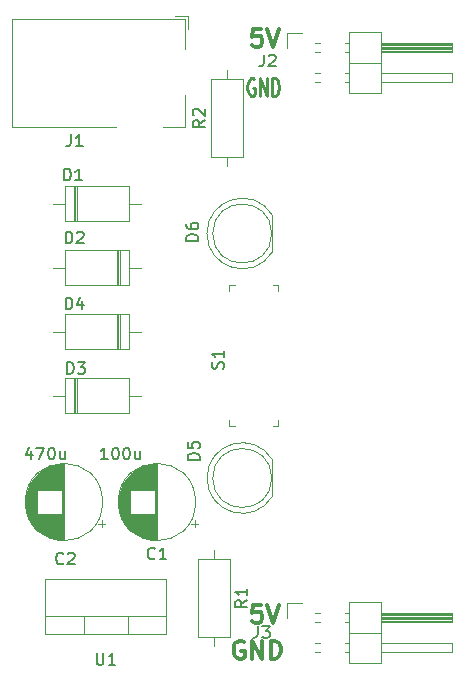
<source format=gto>
G04 #@! TF.GenerationSoftware,KiCad,Pcbnew,(5.1.4)-1*
G04 #@! TF.CreationDate,2019-11-08T15:33:28+07:00*
G04 #@! TF.ProjectId,PowerForBreadboard,506f7765-7246-46f7-9242-72656164626f,rev?*
G04 #@! TF.SameCoordinates,Original*
G04 #@! TF.FileFunction,Legend,Top*
G04 #@! TF.FilePolarity,Positive*
%FSLAX46Y46*%
G04 Gerber Fmt 4.6, Leading zero omitted, Abs format (unit mm)*
G04 Created by KiCad (PCBNEW (5.1.4)-1) date 2019-11-08 15:33:28*
%MOMM*%
%LPD*%
G04 APERTURE LIST*
%ADD10C,0.250000*%
%ADD11C,0.300000*%
%ADD12C,0.120000*%
%ADD13C,0.100000*%
%ADD14C,0.150000*%
G04 APERTURE END LIST*
D10*
X153924095Y-72529000D02*
X153828857Y-72457571D01*
X153686000Y-72457571D01*
X153543142Y-72529000D01*
X153447904Y-72671857D01*
X153400285Y-72814714D01*
X153352666Y-73100428D01*
X153352666Y-73314714D01*
X153400285Y-73600428D01*
X153447904Y-73743285D01*
X153543142Y-73886142D01*
X153686000Y-73957571D01*
X153781238Y-73957571D01*
X153924095Y-73886142D01*
X153971714Y-73814714D01*
X153971714Y-73314714D01*
X153781238Y-73314714D01*
X154400285Y-73957571D02*
X154400285Y-72457571D01*
X154971714Y-73957571D01*
X154971714Y-72457571D01*
X155447904Y-73957571D02*
X155447904Y-72457571D01*
X155686000Y-72457571D01*
X155828857Y-72529000D01*
X155924095Y-72671857D01*
X155971714Y-72814714D01*
X156019333Y-73100428D01*
X156019333Y-73314714D01*
X155971714Y-73600428D01*
X155924095Y-73743285D01*
X155828857Y-73886142D01*
X155686000Y-73957571D01*
X155447904Y-73957571D01*
D11*
X154527285Y-68266571D02*
X153813000Y-68266571D01*
X153741571Y-68980857D01*
X153813000Y-68909428D01*
X153955857Y-68838000D01*
X154313000Y-68838000D01*
X154455857Y-68909428D01*
X154527285Y-68980857D01*
X154598714Y-69123714D01*
X154598714Y-69480857D01*
X154527285Y-69623714D01*
X154455857Y-69695142D01*
X154313000Y-69766571D01*
X153955857Y-69766571D01*
X153813000Y-69695142D01*
X153741571Y-69623714D01*
X155027285Y-68266571D02*
X155527285Y-69766571D01*
X156027285Y-68266571D01*
X153035142Y-120154000D02*
X152892285Y-120082571D01*
X152678000Y-120082571D01*
X152463714Y-120154000D01*
X152320857Y-120296857D01*
X152249428Y-120439714D01*
X152178000Y-120725428D01*
X152178000Y-120939714D01*
X152249428Y-121225428D01*
X152320857Y-121368285D01*
X152463714Y-121511142D01*
X152678000Y-121582571D01*
X152820857Y-121582571D01*
X153035142Y-121511142D01*
X153106571Y-121439714D01*
X153106571Y-120939714D01*
X152820857Y-120939714D01*
X153749428Y-121582571D02*
X153749428Y-120082571D01*
X154606571Y-121582571D01*
X154606571Y-120082571D01*
X155320857Y-121582571D02*
X155320857Y-120082571D01*
X155678000Y-120082571D01*
X155892285Y-120154000D01*
X156035142Y-120296857D01*
X156106571Y-120439714D01*
X156178000Y-120725428D01*
X156178000Y-120939714D01*
X156106571Y-121225428D01*
X156035142Y-121368285D01*
X155892285Y-121511142D01*
X155678000Y-121582571D01*
X155320857Y-121582571D01*
X154527285Y-117034571D02*
X153813000Y-117034571D01*
X153741571Y-117748857D01*
X153813000Y-117677428D01*
X153955857Y-117606000D01*
X154313000Y-117606000D01*
X154455857Y-117677428D01*
X154527285Y-117748857D01*
X154598714Y-117891714D01*
X154598714Y-118248857D01*
X154527285Y-118391714D01*
X154455857Y-118463142D01*
X154313000Y-118534571D01*
X153955857Y-118534571D01*
X153813000Y-118463142D01*
X153741571Y-118391714D01*
X155027285Y-117034571D02*
X155527285Y-118534571D01*
X156027285Y-117034571D01*
D12*
X148959000Y-108331000D02*
G75*
G03X148959000Y-108331000I-3270000J0D01*
G01*
X145689000Y-111561000D02*
X145689000Y-105101000D01*
X145649000Y-111561000D02*
X145649000Y-105101000D01*
X145609000Y-111561000D02*
X145609000Y-105101000D01*
X145569000Y-111559000D02*
X145569000Y-105103000D01*
X145529000Y-111558000D02*
X145529000Y-105104000D01*
X145489000Y-111555000D02*
X145489000Y-105107000D01*
X145449000Y-111553000D02*
X145449000Y-109371000D01*
X145449000Y-107291000D02*
X145449000Y-105109000D01*
X145409000Y-111549000D02*
X145409000Y-109371000D01*
X145409000Y-107291000D02*
X145409000Y-105113000D01*
X145369000Y-111546000D02*
X145369000Y-109371000D01*
X145369000Y-107291000D02*
X145369000Y-105116000D01*
X145329000Y-111542000D02*
X145329000Y-109371000D01*
X145329000Y-107291000D02*
X145329000Y-105120000D01*
X145289000Y-111537000D02*
X145289000Y-109371000D01*
X145289000Y-107291000D02*
X145289000Y-105125000D01*
X145249000Y-111532000D02*
X145249000Y-109371000D01*
X145249000Y-107291000D02*
X145249000Y-105130000D01*
X145209000Y-111526000D02*
X145209000Y-109371000D01*
X145209000Y-107291000D02*
X145209000Y-105136000D01*
X145169000Y-111520000D02*
X145169000Y-109371000D01*
X145169000Y-107291000D02*
X145169000Y-105142000D01*
X145129000Y-111513000D02*
X145129000Y-109371000D01*
X145129000Y-107291000D02*
X145129000Y-105149000D01*
X145089000Y-111506000D02*
X145089000Y-109371000D01*
X145089000Y-107291000D02*
X145089000Y-105156000D01*
X145049000Y-111498000D02*
X145049000Y-109371000D01*
X145049000Y-107291000D02*
X145049000Y-105164000D01*
X145009000Y-111490000D02*
X145009000Y-109371000D01*
X145009000Y-107291000D02*
X145009000Y-105172000D01*
X144968000Y-111481000D02*
X144968000Y-109371000D01*
X144968000Y-107291000D02*
X144968000Y-105181000D01*
X144928000Y-111472000D02*
X144928000Y-109371000D01*
X144928000Y-107291000D02*
X144928000Y-105190000D01*
X144888000Y-111462000D02*
X144888000Y-109371000D01*
X144888000Y-107291000D02*
X144888000Y-105200000D01*
X144848000Y-111452000D02*
X144848000Y-109371000D01*
X144848000Y-107291000D02*
X144848000Y-105210000D01*
X144808000Y-111441000D02*
X144808000Y-109371000D01*
X144808000Y-107291000D02*
X144808000Y-105221000D01*
X144768000Y-111429000D02*
X144768000Y-109371000D01*
X144768000Y-107291000D02*
X144768000Y-105233000D01*
X144728000Y-111417000D02*
X144728000Y-109371000D01*
X144728000Y-107291000D02*
X144728000Y-105245000D01*
X144688000Y-111405000D02*
X144688000Y-109371000D01*
X144688000Y-107291000D02*
X144688000Y-105257000D01*
X144648000Y-111392000D02*
X144648000Y-109371000D01*
X144648000Y-107291000D02*
X144648000Y-105270000D01*
X144608000Y-111378000D02*
X144608000Y-109371000D01*
X144608000Y-107291000D02*
X144608000Y-105284000D01*
X144568000Y-111364000D02*
X144568000Y-109371000D01*
X144568000Y-107291000D02*
X144568000Y-105298000D01*
X144528000Y-111349000D02*
X144528000Y-109371000D01*
X144528000Y-107291000D02*
X144528000Y-105313000D01*
X144488000Y-111333000D02*
X144488000Y-109371000D01*
X144488000Y-107291000D02*
X144488000Y-105329000D01*
X144448000Y-111317000D02*
X144448000Y-109371000D01*
X144448000Y-107291000D02*
X144448000Y-105345000D01*
X144408000Y-111301000D02*
X144408000Y-109371000D01*
X144408000Y-107291000D02*
X144408000Y-105361000D01*
X144368000Y-111283000D02*
X144368000Y-109371000D01*
X144368000Y-107291000D02*
X144368000Y-105379000D01*
X144328000Y-111265000D02*
X144328000Y-109371000D01*
X144328000Y-107291000D02*
X144328000Y-105397000D01*
X144288000Y-111247000D02*
X144288000Y-109371000D01*
X144288000Y-107291000D02*
X144288000Y-105415000D01*
X144248000Y-111227000D02*
X144248000Y-109371000D01*
X144248000Y-107291000D02*
X144248000Y-105435000D01*
X144208000Y-111207000D02*
X144208000Y-109371000D01*
X144208000Y-107291000D02*
X144208000Y-105455000D01*
X144168000Y-111187000D02*
X144168000Y-109371000D01*
X144168000Y-107291000D02*
X144168000Y-105475000D01*
X144128000Y-111165000D02*
X144128000Y-109371000D01*
X144128000Y-107291000D02*
X144128000Y-105497000D01*
X144088000Y-111143000D02*
X144088000Y-109371000D01*
X144088000Y-107291000D02*
X144088000Y-105519000D01*
X144048000Y-111121000D02*
X144048000Y-109371000D01*
X144048000Y-107291000D02*
X144048000Y-105541000D01*
X144008000Y-111097000D02*
X144008000Y-109371000D01*
X144008000Y-107291000D02*
X144008000Y-105565000D01*
X143968000Y-111073000D02*
X143968000Y-109371000D01*
X143968000Y-107291000D02*
X143968000Y-105589000D01*
X143928000Y-111047000D02*
X143928000Y-109371000D01*
X143928000Y-107291000D02*
X143928000Y-105615000D01*
X143888000Y-111021000D02*
X143888000Y-109371000D01*
X143888000Y-107291000D02*
X143888000Y-105641000D01*
X143848000Y-110995000D02*
X143848000Y-109371000D01*
X143848000Y-107291000D02*
X143848000Y-105667000D01*
X143808000Y-110967000D02*
X143808000Y-109371000D01*
X143808000Y-107291000D02*
X143808000Y-105695000D01*
X143768000Y-110938000D02*
X143768000Y-109371000D01*
X143768000Y-107291000D02*
X143768000Y-105724000D01*
X143728000Y-110909000D02*
X143728000Y-109371000D01*
X143728000Y-107291000D02*
X143728000Y-105753000D01*
X143688000Y-110879000D02*
X143688000Y-109371000D01*
X143688000Y-107291000D02*
X143688000Y-105783000D01*
X143648000Y-110847000D02*
X143648000Y-109371000D01*
X143648000Y-107291000D02*
X143648000Y-105815000D01*
X143608000Y-110815000D02*
X143608000Y-109371000D01*
X143608000Y-107291000D02*
X143608000Y-105847000D01*
X143568000Y-110781000D02*
X143568000Y-109371000D01*
X143568000Y-107291000D02*
X143568000Y-105881000D01*
X143528000Y-110747000D02*
X143528000Y-109371000D01*
X143528000Y-107291000D02*
X143528000Y-105915000D01*
X143488000Y-110711000D02*
X143488000Y-109371000D01*
X143488000Y-107291000D02*
X143488000Y-105951000D01*
X143448000Y-110674000D02*
X143448000Y-109371000D01*
X143448000Y-107291000D02*
X143448000Y-105988000D01*
X143408000Y-110636000D02*
X143408000Y-109371000D01*
X143408000Y-107291000D02*
X143408000Y-106026000D01*
X143368000Y-110596000D02*
X143368000Y-106066000D01*
X143328000Y-110555000D02*
X143328000Y-106107000D01*
X143288000Y-110513000D02*
X143288000Y-106149000D01*
X143248000Y-110468000D02*
X143248000Y-106194000D01*
X143208000Y-110423000D02*
X143208000Y-106239000D01*
X143168000Y-110375000D02*
X143168000Y-106287000D01*
X143128000Y-110326000D02*
X143128000Y-106336000D01*
X143088000Y-110275000D02*
X143088000Y-106387000D01*
X143048000Y-110221000D02*
X143048000Y-106441000D01*
X143008000Y-110165000D02*
X143008000Y-106497000D01*
X142968000Y-110107000D02*
X142968000Y-106555000D01*
X142928000Y-110045000D02*
X142928000Y-106617000D01*
X142888000Y-109981000D02*
X142888000Y-106681000D01*
X142848000Y-109912000D02*
X142848000Y-106750000D01*
X142808000Y-109840000D02*
X142808000Y-106822000D01*
X142768000Y-109763000D02*
X142768000Y-106899000D01*
X142728000Y-109681000D02*
X142728000Y-106981000D01*
X142688000Y-109593000D02*
X142688000Y-107069000D01*
X142648000Y-109496000D02*
X142648000Y-107166000D01*
X142608000Y-109390000D02*
X142608000Y-107272000D01*
X142568000Y-109271000D02*
X142568000Y-107391000D01*
X142528000Y-109133000D02*
X142528000Y-107529000D01*
X142488000Y-108964000D02*
X142488000Y-107698000D01*
X142448000Y-108733000D02*
X142448000Y-107929000D01*
X149189241Y-110170000D02*
X148559241Y-110170000D01*
X148874241Y-110485000D02*
X148874241Y-109855000D01*
X141000241Y-110485000D02*
X141000241Y-109855000D01*
X141315241Y-110170000D02*
X140685241Y-110170000D01*
X134574000Y-108733000D02*
X134574000Y-107929000D01*
X134614000Y-108964000D02*
X134614000Y-107698000D01*
X134654000Y-109133000D02*
X134654000Y-107529000D01*
X134694000Y-109271000D02*
X134694000Y-107391000D01*
X134734000Y-109390000D02*
X134734000Y-107272000D01*
X134774000Y-109496000D02*
X134774000Y-107166000D01*
X134814000Y-109593000D02*
X134814000Y-107069000D01*
X134854000Y-109681000D02*
X134854000Y-106981000D01*
X134894000Y-109763000D02*
X134894000Y-106899000D01*
X134934000Y-109840000D02*
X134934000Y-106822000D01*
X134974000Y-109912000D02*
X134974000Y-106750000D01*
X135014000Y-109981000D02*
X135014000Y-106681000D01*
X135054000Y-110045000D02*
X135054000Y-106617000D01*
X135094000Y-110107000D02*
X135094000Y-106555000D01*
X135134000Y-110165000D02*
X135134000Y-106497000D01*
X135174000Y-110221000D02*
X135174000Y-106441000D01*
X135214000Y-110275000D02*
X135214000Y-106387000D01*
X135254000Y-110326000D02*
X135254000Y-106336000D01*
X135294000Y-110375000D02*
X135294000Y-106287000D01*
X135334000Y-110423000D02*
X135334000Y-106239000D01*
X135374000Y-110468000D02*
X135374000Y-106194000D01*
X135414000Y-110513000D02*
X135414000Y-106149000D01*
X135454000Y-110555000D02*
X135454000Y-106107000D01*
X135494000Y-110596000D02*
X135494000Y-106066000D01*
X135534000Y-107291000D02*
X135534000Y-106026000D01*
X135534000Y-110636000D02*
X135534000Y-109371000D01*
X135574000Y-107291000D02*
X135574000Y-105988000D01*
X135574000Y-110674000D02*
X135574000Y-109371000D01*
X135614000Y-107291000D02*
X135614000Y-105951000D01*
X135614000Y-110711000D02*
X135614000Y-109371000D01*
X135654000Y-107291000D02*
X135654000Y-105915000D01*
X135654000Y-110747000D02*
X135654000Y-109371000D01*
X135694000Y-107291000D02*
X135694000Y-105881000D01*
X135694000Y-110781000D02*
X135694000Y-109371000D01*
X135734000Y-107291000D02*
X135734000Y-105847000D01*
X135734000Y-110815000D02*
X135734000Y-109371000D01*
X135774000Y-107291000D02*
X135774000Y-105815000D01*
X135774000Y-110847000D02*
X135774000Y-109371000D01*
X135814000Y-107291000D02*
X135814000Y-105783000D01*
X135814000Y-110879000D02*
X135814000Y-109371000D01*
X135854000Y-107291000D02*
X135854000Y-105753000D01*
X135854000Y-110909000D02*
X135854000Y-109371000D01*
X135894000Y-107291000D02*
X135894000Y-105724000D01*
X135894000Y-110938000D02*
X135894000Y-109371000D01*
X135934000Y-107291000D02*
X135934000Y-105695000D01*
X135934000Y-110967000D02*
X135934000Y-109371000D01*
X135974000Y-107291000D02*
X135974000Y-105667000D01*
X135974000Y-110995000D02*
X135974000Y-109371000D01*
X136014000Y-107291000D02*
X136014000Y-105641000D01*
X136014000Y-111021000D02*
X136014000Y-109371000D01*
X136054000Y-107291000D02*
X136054000Y-105615000D01*
X136054000Y-111047000D02*
X136054000Y-109371000D01*
X136094000Y-107291000D02*
X136094000Y-105589000D01*
X136094000Y-111073000D02*
X136094000Y-109371000D01*
X136134000Y-107291000D02*
X136134000Y-105565000D01*
X136134000Y-111097000D02*
X136134000Y-109371000D01*
X136174000Y-107291000D02*
X136174000Y-105541000D01*
X136174000Y-111121000D02*
X136174000Y-109371000D01*
X136214000Y-107291000D02*
X136214000Y-105519000D01*
X136214000Y-111143000D02*
X136214000Y-109371000D01*
X136254000Y-107291000D02*
X136254000Y-105497000D01*
X136254000Y-111165000D02*
X136254000Y-109371000D01*
X136294000Y-107291000D02*
X136294000Y-105475000D01*
X136294000Y-111187000D02*
X136294000Y-109371000D01*
X136334000Y-107291000D02*
X136334000Y-105455000D01*
X136334000Y-111207000D02*
X136334000Y-109371000D01*
X136374000Y-107291000D02*
X136374000Y-105435000D01*
X136374000Y-111227000D02*
X136374000Y-109371000D01*
X136414000Y-107291000D02*
X136414000Y-105415000D01*
X136414000Y-111247000D02*
X136414000Y-109371000D01*
X136454000Y-107291000D02*
X136454000Y-105397000D01*
X136454000Y-111265000D02*
X136454000Y-109371000D01*
X136494000Y-107291000D02*
X136494000Y-105379000D01*
X136494000Y-111283000D02*
X136494000Y-109371000D01*
X136534000Y-107291000D02*
X136534000Y-105361000D01*
X136534000Y-111301000D02*
X136534000Y-109371000D01*
X136574000Y-107291000D02*
X136574000Y-105345000D01*
X136574000Y-111317000D02*
X136574000Y-109371000D01*
X136614000Y-107291000D02*
X136614000Y-105329000D01*
X136614000Y-111333000D02*
X136614000Y-109371000D01*
X136654000Y-107291000D02*
X136654000Y-105313000D01*
X136654000Y-111349000D02*
X136654000Y-109371000D01*
X136694000Y-107291000D02*
X136694000Y-105298000D01*
X136694000Y-111364000D02*
X136694000Y-109371000D01*
X136734000Y-107291000D02*
X136734000Y-105284000D01*
X136734000Y-111378000D02*
X136734000Y-109371000D01*
X136774000Y-107291000D02*
X136774000Y-105270000D01*
X136774000Y-111392000D02*
X136774000Y-109371000D01*
X136814000Y-107291000D02*
X136814000Y-105257000D01*
X136814000Y-111405000D02*
X136814000Y-109371000D01*
X136854000Y-107291000D02*
X136854000Y-105245000D01*
X136854000Y-111417000D02*
X136854000Y-109371000D01*
X136894000Y-107291000D02*
X136894000Y-105233000D01*
X136894000Y-111429000D02*
X136894000Y-109371000D01*
X136934000Y-107291000D02*
X136934000Y-105221000D01*
X136934000Y-111441000D02*
X136934000Y-109371000D01*
X136974000Y-107291000D02*
X136974000Y-105210000D01*
X136974000Y-111452000D02*
X136974000Y-109371000D01*
X137014000Y-107291000D02*
X137014000Y-105200000D01*
X137014000Y-111462000D02*
X137014000Y-109371000D01*
X137054000Y-107291000D02*
X137054000Y-105190000D01*
X137054000Y-111472000D02*
X137054000Y-109371000D01*
X137094000Y-107291000D02*
X137094000Y-105181000D01*
X137094000Y-111481000D02*
X137094000Y-109371000D01*
X137135000Y-107291000D02*
X137135000Y-105172000D01*
X137135000Y-111490000D02*
X137135000Y-109371000D01*
X137175000Y-107291000D02*
X137175000Y-105164000D01*
X137175000Y-111498000D02*
X137175000Y-109371000D01*
X137215000Y-107291000D02*
X137215000Y-105156000D01*
X137215000Y-111506000D02*
X137215000Y-109371000D01*
X137255000Y-107291000D02*
X137255000Y-105149000D01*
X137255000Y-111513000D02*
X137255000Y-109371000D01*
X137295000Y-107291000D02*
X137295000Y-105142000D01*
X137295000Y-111520000D02*
X137295000Y-109371000D01*
X137335000Y-107291000D02*
X137335000Y-105136000D01*
X137335000Y-111526000D02*
X137335000Y-109371000D01*
X137375000Y-107291000D02*
X137375000Y-105130000D01*
X137375000Y-111532000D02*
X137375000Y-109371000D01*
X137415000Y-107291000D02*
X137415000Y-105125000D01*
X137415000Y-111537000D02*
X137415000Y-109371000D01*
X137455000Y-107291000D02*
X137455000Y-105120000D01*
X137455000Y-111542000D02*
X137455000Y-109371000D01*
X137495000Y-107291000D02*
X137495000Y-105116000D01*
X137495000Y-111546000D02*
X137495000Y-109371000D01*
X137535000Y-107291000D02*
X137535000Y-105113000D01*
X137535000Y-111549000D02*
X137535000Y-109371000D01*
X137575000Y-107291000D02*
X137575000Y-105109000D01*
X137575000Y-111553000D02*
X137575000Y-109371000D01*
X137615000Y-111555000D02*
X137615000Y-105107000D01*
X137655000Y-111558000D02*
X137655000Y-105104000D01*
X137695000Y-111559000D02*
X137695000Y-105103000D01*
X137735000Y-111561000D02*
X137735000Y-105101000D01*
X137775000Y-111561000D02*
X137775000Y-105101000D01*
X137815000Y-111561000D02*
X137815000Y-105101000D01*
X141085000Y-108331000D02*
G75*
G03X141085000Y-108331000I-3270000J0D01*
G01*
X137869000Y-81588000D02*
X137869000Y-84528000D01*
X137869000Y-84528000D02*
X143309000Y-84528000D01*
X143309000Y-84528000D02*
X143309000Y-81588000D01*
X143309000Y-81588000D02*
X137869000Y-81588000D01*
X136849000Y-83058000D02*
X137869000Y-83058000D01*
X144329000Y-83058000D02*
X143309000Y-83058000D01*
X138769000Y-81588000D02*
X138769000Y-84528000D01*
X138889000Y-81588000D02*
X138889000Y-84528000D01*
X138649000Y-81588000D02*
X138649000Y-84528000D01*
X142529000Y-89946666D02*
X142529000Y-87006666D01*
X142289000Y-89946666D02*
X142289000Y-87006666D01*
X142409000Y-89946666D02*
X142409000Y-87006666D01*
X136849000Y-88476666D02*
X137869000Y-88476666D01*
X144329000Y-88476666D02*
X143309000Y-88476666D01*
X137869000Y-89946666D02*
X143309000Y-89946666D01*
X137869000Y-87006666D02*
X137869000Y-89946666D01*
X143309000Y-87006666D02*
X137869000Y-87006666D01*
X143309000Y-89946666D02*
X143309000Y-87006666D01*
X138649000Y-97844000D02*
X138649000Y-100784000D01*
X138889000Y-97844000D02*
X138889000Y-100784000D01*
X138769000Y-97844000D02*
X138769000Y-100784000D01*
X144329000Y-99314000D02*
X143309000Y-99314000D01*
X136849000Y-99314000D02*
X137869000Y-99314000D01*
X143309000Y-97844000D02*
X137869000Y-97844000D01*
X143309000Y-100784000D02*
X143309000Y-97844000D01*
X137869000Y-100784000D02*
X143309000Y-100784000D01*
X137869000Y-97844000D02*
X137869000Y-100784000D01*
X143309000Y-95365332D02*
X143309000Y-92425332D01*
X143309000Y-92425332D02*
X137869000Y-92425332D01*
X137869000Y-92425332D02*
X137869000Y-95365332D01*
X137869000Y-95365332D02*
X143309000Y-95365332D01*
X144329000Y-93895332D02*
X143309000Y-93895332D01*
X136849000Y-93895332D02*
X137869000Y-93895332D01*
X142409000Y-95365332D02*
X142409000Y-92425332D01*
X142289000Y-95365332D02*
X142289000Y-92425332D01*
X142529000Y-95365332D02*
X142529000Y-92425332D01*
X148293000Y-68259000D02*
X148293000Y-67209000D01*
X147243000Y-67209000D02*
X148293000Y-67209000D01*
X142193000Y-76609000D02*
X133393000Y-76609000D01*
X133393000Y-76609000D02*
X133393000Y-67409000D01*
X148093000Y-73909000D02*
X148093000Y-76609000D01*
X148093000Y-76609000D02*
X146193000Y-76609000D01*
X133393000Y-67409000D02*
X148093000Y-67409000D01*
X148093000Y-67409000D02*
X148093000Y-70009000D01*
X156718000Y-68580000D02*
X157988000Y-68580000D01*
X156718000Y-69850000D02*
X156718000Y-68580000D01*
X159030929Y-72770000D02*
X159485071Y-72770000D01*
X159030929Y-72010000D02*
X159485071Y-72010000D01*
X161570929Y-72770000D02*
X161968000Y-72770000D01*
X161570929Y-72010000D02*
X161968000Y-72010000D01*
X170628000Y-72770000D02*
X164628000Y-72770000D01*
X170628000Y-72010000D02*
X170628000Y-72770000D01*
X164628000Y-72010000D02*
X170628000Y-72010000D01*
X161968000Y-71120000D02*
X164628000Y-71120000D01*
X159098000Y-70230000D02*
X159485071Y-70230000D01*
X159098000Y-69470000D02*
X159485071Y-69470000D01*
X161570929Y-70230000D02*
X161968000Y-70230000D01*
X161570929Y-69470000D02*
X161968000Y-69470000D01*
X164628000Y-70130000D02*
X170628000Y-70130000D01*
X164628000Y-70010000D02*
X170628000Y-70010000D01*
X164628000Y-69890000D02*
X170628000Y-69890000D01*
X164628000Y-69770000D02*
X170628000Y-69770000D01*
X164628000Y-69650000D02*
X170628000Y-69650000D01*
X164628000Y-69530000D02*
X170628000Y-69530000D01*
X170628000Y-70230000D02*
X164628000Y-70230000D01*
X170628000Y-69470000D02*
X170628000Y-70230000D01*
X164628000Y-69470000D02*
X170628000Y-69470000D01*
X164628000Y-68520000D02*
X161968000Y-68520000D01*
X164628000Y-73720000D02*
X164628000Y-68520000D01*
X161968000Y-73720000D02*
X164628000Y-73720000D01*
X161968000Y-68520000D02*
X161968000Y-73720000D01*
X161968000Y-116780000D02*
X161968000Y-121980000D01*
X161968000Y-121980000D02*
X164628000Y-121980000D01*
X164628000Y-121980000D02*
X164628000Y-116780000D01*
X164628000Y-116780000D02*
X161968000Y-116780000D01*
X164628000Y-117730000D02*
X170628000Y-117730000D01*
X170628000Y-117730000D02*
X170628000Y-118490000D01*
X170628000Y-118490000D02*
X164628000Y-118490000D01*
X164628000Y-117790000D02*
X170628000Y-117790000D01*
X164628000Y-117910000D02*
X170628000Y-117910000D01*
X164628000Y-118030000D02*
X170628000Y-118030000D01*
X164628000Y-118150000D02*
X170628000Y-118150000D01*
X164628000Y-118270000D02*
X170628000Y-118270000D01*
X164628000Y-118390000D02*
X170628000Y-118390000D01*
X161570929Y-117730000D02*
X161968000Y-117730000D01*
X161570929Y-118490000D02*
X161968000Y-118490000D01*
X159098000Y-117730000D02*
X159485071Y-117730000D01*
X159098000Y-118490000D02*
X159485071Y-118490000D01*
X161968000Y-119380000D02*
X164628000Y-119380000D01*
X164628000Y-120270000D02*
X170628000Y-120270000D01*
X170628000Y-120270000D02*
X170628000Y-121030000D01*
X170628000Y-121030000D02*
X164628000Y-121030000D01*
X161570929Y-120270000D02*
X161968000Y-120270000D01*
X161570929Y-121030000D02*
X161968000Y-121030000D01*
X159030929Y-120270000D02*
X159485071Y-120270000D01*
X159030929Y-121030000D02*
X159485071Y-121030000D01*
X156718000Y-118110000D02*
X156718000Y-116840000D01*
X156718000Y-116840000D02*
X157988000Y-116840000D01*
X146471000Y-119475000D02*
X136231000Y-119475000D01*
X146471000Y-114834000D02*
X136231000Y-114834000D01*
X146471000Y-119475000D02*
X146471000Y-114834000D01*
X136231000Y-119475000D02*
X136231000Y-114834000D01*
X146471000Y-117965000D02*
X136231000Y-117965000D01*
X143201000Y-119475000D02*
X143201000Y-117965000D01*
X139500000Y-119475000D02*
X139500000Y-117965000D01*
D13*
X151778000Y-101868500D02*
X151778000Y-101368500D01*
X151778000Y-101868500D02*
X152278000Y-101868500D01*
X151778000Y-89968500D02*
X151778000Y-90468500D01*
X151778000Y-89968500D02*
X152278000Y-89968500D01*
X155978000Y-89968500D02*
X155978000Y-90468500D01*
X155978000Y-89968500D02*
X155478000Y-89968500D01*
X155978000Y-101868500D02*
X155478000Y-101868500D01*
X155978000Y-101868500D02*
X155978000Y-101368500D01*
D12*
X155468000Y-107844000D02*
X155468000Y-104754000D01*
X155408000Y-106299000D02*
G75*
G03X155408000Y-106299000I-2500000J0D01*
G01*
X149918000Y-106299462D02*
G75*
G02X155468000Y-104754170I2990000J462D01*
G01*
X149918000Y-106298538D02*
G75*
G03X155468000Y-107843830I2990000J-462D01*
G01*
X149918000Y-85597538D02*
G75*
G03X155468000Y-87142830I2990000J-462D01*
G01*
X149918000Y-85598462D02*
G75*
G02X155468000Y-84053170I2990000J462D01*
G01*
X155408000Y-85598000D02*
G75*
G03X155408000Y-85598000I-2500000J0D01*
G01*
X155468000Y-87143000D02*
X155468000Y-84053000D01*
X150495000Y-120499000D02*
X150495000Y-119729000D01*
X150495000Y-112419000D02*
X150495000Y-113189000D01*
X151865000Y-119729000D02*
X151865000Y-113189000D01*
X149125000Y-119729000D02*
X151865000Y-119729000D01*
X149125000Y-113189000D02*
X149125000Y-119729000D01*
X151865000Y-113189000D02*
X149125000Y-113189000D01*
X150268000Y-79089000D02*
X153008000Y-79089000D01*
X153008000Y-79089000D02*
X153008000Y-72549000D01*
X153008000Y-72549000D02*
X150268000Y-72549000D01*
X150268000Y-72549000D02*
X150268000Y-79089000D01*
X151638000Y-79859000D02*
X151638000Y-79089000D01*
X151638000Y-71779000D02*
X151638000Y-72549000D01*
D14*
X145522333Y-113088142D02*
X145474714Y-113135761D01*
X145331857Y-113183380D01*
X145236619Y-113183380D01*
X145093761Y-113135761D01*
X144998523Y-113040523D01*
X144950904Y-112945285D01*
X144903285Y-112754809D01*
X144903285Y-112611952D01*
X144950904Y-112421476D01*
X144998523Y-112326238D01*
X145093761Y-112231000D01*
X145236619Y-112183380D01*
X145331857Y-112183380D01*
X145474714Y-112231000D01*
X145522333Y-112278619D01*
X146474714Y-113183380D02*
X145903285Y-113183380D01*
X146189000Y-113183380D02*
X146189000Y-112183380D01*
X146093761Y-112326238D01*
X145998523Y-112421476D01*
X145903285Y-112469095D01*
X141501952Y-104719380D02*
X140930523Y-104719380D01*
X141216238Y-104719380D02*
X141216238Y-103719380D01*
X141121000Y-103862238D01*
X141025761Y-103957476D01*
X140930523Y-104005095D01*
X142121000Y-103719380D02*
X142216238Y-103719380D01*
X142311476Y-103767000D01*
X142359095Y-103814619D01*
X142406714Y-103909857D01*
X142454333Y-104100333D01*
X142454333Y-104338428D01*
X142406714Y-104528904D01*
X142359095Y-104624142D01*
X142311476Y-104671761D01*
X142216238Y-104719380D01*
X142121000Y-104719380D01*
X142025761Y-104671761D01*
X141978142Y-104624142D01*
X141930523Y-104528904D01*
X141882904Y-104338428D01*
X141882904Y-104100333D01*
X141930523Y-103909857D01*
X141978142Y-103814619D01*
X142025761Y-103767000D01*
X142121000Y-103719380D01*
X143073380Y-103719380D02*
X143168619Y-103719380D01*
X143263857Y-103767000D01*
X143311476Y-103814619D01*
X143359095Y-103909857D01*
X143406714Y-104100333D01*
X143406714Y-104338428D01*
X143359095Y-104528904D01*
X143311476Y-104624142D01*
X143263857Y-104671761D01*
X143168619Y-104719380D01*
X143073380Y-104719380D01*
X142978142Y-104671761D01*
X142930523Y-104624142D01*
X142882904Y-104528904D01*
X142835285Y-104338428D01*
X142835285Y-104100333D01*
X142882904Y-103909857D01*
X142930523Y-103814619D01*
X142978142Y-103767000D01*
X143073380Y-103719380D01*
X144263857Y-104052714D02*
X144263857Y-104719380D01*
X143835285Y-104052714D02*
X143835285Y-104576523D01*
X143882904Y-104671761D01*
X143978142Y-104719380D01*
X144121000Y-104719380D01*
X144216238Y-104671761D01*
X144263857Y-104624142D01*
X137755333Y-113514142D02*
X137707714Y-113561761D01*
X137564857Y-113609380D01*
X137469619Y-113609380D01*
X137326761Y-113561761D01*
X137231523Y-113466523D01*
X137183904Y-113371285D01*
X137136285Y-113180809D01*
X137136285Y-113037952D01*
X137183904Y-112847476D01*
X137231523Y-112752238D01*
X137326761Y-112657000D01*
X137469619Y-112609380D01*
X137564857Y-112609380D01*
X137707714Y-112657000D01*
X137755333Y-112704619D01*
X138136285Y-112704619D02*
X138183904Y-112657000D01*
X138279142Y-112609380D01*
X138517238Y-112609380D01*
X138612476Y-112657000D01*
X138660095Y-112704619D01*
X138707714Y-112799857D01*
X138707714Y-112895095D01*
X138660095Y-113037952D01*
X138088666Y-113609380D01*
X138707714Y-113609380D01*
X135056714Y-104052714D02*
X135056714Y-104719380D01*
X134818619Y-103671761D02*
X134580523Y-104386047D01*
X135199571Y-104386047D01*
X135485285Y-103719380D02*
X136151952Y-103719380D01*
X135723380Y-104719380D01*
X136723380Y-103719380D02*
X136818619Y-103719380D01*
X136913857Y-103767000D01*
X136961476Y-103814619D01*
X137009095Y-103909857D01*
X137056714Y-104100333D01*
X137056714Y-104338428D01*
X137009095Y-104528904D01*
X136961476Y-104624142D01*
X136913857Y-104671761D01*
X136818619Y-104719380D01*
X136723380Y-104719380D01*
X136628142Y-104671761D01*
X136580523Y-104624142D01*
X136532904Y-104528904D01*
X136485285Y-104338428D01*
X136485285Y-104100333D01*
X136532904Y-103909857D01*
X136580523Y-103814619D01*
X136628142Y-103767000D01*
X136723380Y-103719380D01*
X137913857Y-104052714D02*
X137913857Y-104719380D01*
X137485285Y-104052714D02*
X137485285Y-104576523D01*
X137532904Y-104671761D01*
X137628142Y-104719380D01*
X137771000Y-104719380D01*
X137866238Y-104671761D01*
X137913857Y-104624142D01*
X137818904Y-81097380D02*
X137818904Y-80097380D01*
X138057000Y-80097380D01*
X138199857Y-80145000D01*
X138295095Y-80240238D01*
X138342714Y-80335476D01*
X138390333Y-80525952D01*
X138390333Y-80668809D01*
X138342714Y-80859285D01*
X138295095Y-80954523D01*
X138199857Y-81049761D01*
X138057000Y-81097380D01*
X137818904Y-81097380D01*
X139342714Y-81097380D02*
X138771285Y-81097380D01*
X139057000Y-81097380D02*
X139057000Y-80097380D01*
X138961761Y-80240238D01*
X138866523Y-80335476D01*
X138771285Y-80383095D01*
X137945904Y-86431380D02*
X137945904Y-85431380D01*
X138184000Y-85431380D01*
X138326857Y-85479000D01*
X138422095Y-85574238D01*
X138469714Y-85669476D01*
X138517333Y-85859952D01*
X138517333Y-86002809D01*
X138469714Y-86193285D01*
X138422095Y-86288523D01*
X138326857Y-86383761D01*
X138184000Y-86431380D01*
X137945904Y-86431380D01*
X138898285Y-85526619D02*
X138945904Y-85479000D01*
X139041142Y-85431380D01*
X139279238Y-85431380D01*
X139374476Y-85479000D01*
X139422095Y-85526619D01*
X139469714Y-85621857D01*
X139469714Y-85717095D01*
X139422095Y-85859952D01*
X138850666Y-86431380D01*
X139469714Y-86431380D01*
X138072904Y-97480380D02*
X138072904Y-96480380D01*
X138311000Y-96480380D01*
X138453857Y-96528000D01*
X138549095Y-96623238D01*
X138596714Y-96718476D01*
X138644333Y-96908952D01*
X138644333Y-97051809D01*
X138596714Y-97242285D01*
X138549095Y-97337523D01*
X138453857Y-97432761D01*
X138311000Y-97480380D01*
X138072904Y-97480380D01*
X138977666Y-96480380D02*
X139596714Y-96480380D01*
X139263380Y-96861333D01*
X139406238Y-96861333D01*
X139501476Y-96908952D01*
X139549095Y-96956571D01*
X139596714Y-97051809D01*
X139596714Y-97289904D01*
X139549095Y-97385142D01*
X139501476Y-97432761D01*
X139406238Y-97480380D01*
X139120523Y-97480380D01*
X139025285Y-97432761D01*
X138977666Y-97385142D01*
X137945904Y-92019380D02*
X137945904Y-91019380D01*
X138184000Y-91019380D01*
X138326857Y-91067000D01*
X138422095Y-91162238D01*
X138469714Y-91257476D01*
X138517333Y-91447952D01*
X138517333Y-91590809D01*
X138469714Y-91781285D01*
X138422095Y-91876523D01*
X138326857Y-91971761D01*
X138184000Y-92019380D01*
X137945904Y-92019380D01*
X139374476Y-91352714D02*
X139374476Y-92019380D01*
X139136380Y-90971761D02*
X138898285Y-91686047D01*
X139517333Y-91686047D01*
X138409666Y-77211380D02*
X138409666Y-77925666D01*
X138362047Y-78068523D01*
X138266809Y-78163761D01*
X138123952Y-78211380D01*
X138028714Y-78211380D01*
X139409666Y-78211380D02*
X138838238Y-78211380D01*
X139123952Y-78211380D02*
X139123952Y-77211380D01*
X139028714Y-77354238D01*
X138933476Y-77449476D01*
X138838238Y-77497095D01*
X154733666Y-70445380D02*
X154733666Y-71159666D01*
X154686047Y-71302523D01*
X154590809Y-71397761D01*
X154447952Y-71445380D01*
X154352714Y-71445380D01*
X155162238Y-70540619D02*
X155209857Y-70493000D01*
X155305095Y-70445380D01*
X155543190Y-70445380D01*
X155638428Y-70493000D01*
X155686047Y-70540619D01*
X155733666Y-70635857D01*
X155733666Y-70731095D01*
X155686047Y-70873952D01*
X155114619Y-71445380D01*
X155733666Y-71445380D01*
X154225666Y-118832380D02*
X154225666Y-119546666D01*
X154178047Y-119689523D01*
X154082809Y-119784761D01*
X153939952Y-119832380D01*
X153844714Y-119832380D01*
X154606619Y-118832380D02*
X155225666Y-118832380D01*
X154892333Y-119213333D01*
X155035190Y-119213333D01*
X155130428Y-119260952D01*
X155178047Y-119308571D01*
X155225666Y-119403809D01*
X155225666Y-119641904D01*
X155178047Y-119737142D01*
X155130428Y-119784761D01*
X155035190Y-119832380D01*
X154749476Y-119832380D01*
X154654238Y-119784761D01*
X154606619Y-119737142D01*
X140589095Y-121118380D02*
X140589095Y-121927904D01*
X140636714Y-122023142D01*
X140684333Y-122070761D01*
X140779571Y-122118380D01*
X140970047Y-122118380D01*
X141065285Y-122070761D01*
X141112904Y-122023142D01*
X141160523Y-121927904D01*
X141160523Y-121118380D01*
X142160523Y-122118380D02*
X141589095Y-122118380D01*
X141874809Y-122118380D02*
X141874809Y-121118380D01*
X141779571Y-121261238D01*
X141684333Y-121356476D01*
X141589095Y-121404095D01*
X151280761Y-97027904D02*
X151328380Y-96885047D01*
X151328380Y-96646952D01*
X151280761Y-96551714D01*
X151233142Y-96504095D01*
X151137904Y-96456476D01*
X151042666Y-96456476D01*
X150947428Y-96504095D01*
X150899809Y-96551714D01*
X150852190Y-96646952D01*
X150804571Y-96837428D01*
X150756952Y-96932666D01*
X150709333Y-96980285D01*
X150614095Y-97027904D01*
X150518857Y-97027904D01*
X150423619Y-96980285D01*
X150376000Y-96932666D01*
X150328380Y-96837428D01*
X150328380Y-96599333D01*
X150376000Y-96456476D01*
X151328380Y-95504095D02*
X151328380Y-96075523D01*
X151328380Y-95789809D02*
X150328380Y-95789809D01*
X150471238Y-95885047D01*
X150566476Y-95980285D01*
X150614095Y-96075523D01*
X149296380Y-104751095D02*
X148296380Y-104751095D01*
X148296380Y-104513000D01*
X148344000Y-104370142D01*
X148439238Y-104274904D01*
X148534476Y-104227285D01*
X148724952Y-104179666D01*
X148867809Y-104179666D01*
X149058285Y-104227285D01*
X149153523Y-104274904D01*
X149248761Y-104370142D01*
X149296380Y-104513000D01*
X149296380Y-104751095D01*
X148296380Y-103274904D02*
X148296380Y-103751095D01*
X148772571Y-103798714D01*
X148724952Y-103751095D01*
X148677333Y-103655857D01*
X148677333Y-103417761D01*
X148724952Y-103322523D01*
X148772571Y-103274904D01*
X148867809Y-103227285D01*
X149105904Y-103227285D01*
X149201142Y-103274904D01*
X149248761Y-103322523D01*
X149296380Y-103417761D01*
X149296380Y-103655857D01*
X149248761Y-103751095D01*
X149201142Y-103798714D01*
X149169380Y-86209095D02*
X148169380Y-86209095D01*
X148169380Y-85971000D01*
X148217000Y-85828142D01*
X148312238Y-85732904D01*
X148407476Y-85685285D01*
X148597952Y-85637666D01*
X148740809Y-85637666D01*
X148931285Y-85685285D01*
X149026523Y-85732904D01*
X149121761Y-85828142D01*
X149169380Y-85971000D01*
X149169380Y-86209095D01*
X148169380Y-84780523D02*
X148169380Y-84971000D01*
X148217000Y-85066238D01*
X148264619Y-85113857D01*
X148407476Y-85209095D01*
X148597952Y-85256714D01*
X148978904Y-85256714D01*
X149074142Y-85209095D01*
X149121761Y-85161476D01*
X149169380Y-85066238D01*
X149169380Y-84875761D01*
X149121761Y-84780523D01*
X149074142Y-84732904D01*
X148978904Y-84685285D01*
X148740809Y-84685285D01*
X148645571Y-84732904D01*
X148597952Y-84780523D01*
X148550333Y-84875761D01*
X148550333Y-85066238D01*
X148597952Y-85161476D01*
X148645571Y-85209095D01*
X148740809Y-85256714D01*
X153317380Y-116625666D02*
X152841190Y-116959000D01*
X153317380Y-117197095D02*
X152317380Y-117197095D01*
X152317380Y-116816142D01*
X152365000Y-116720904D01*
X152412619Y-116673285D01*
X152507857Y-116625666D01*
X152650714Y-116625666D01*
X152745952Y-116673285D01*
X152793571Y-116720904D01*
X152841190Y-116816142D01*
X152841190Y-117197095D01*
X153317380Y-115673285D02*
X153317380Y-116244714D01*
X153317380Y-115959000D02*
X152317380Y-115959000D01*
X152460238Y-116054238D01*
X152555476Y-116149476D01*
X152603095Y-116244714D01*
X149720380Y-75985666D02*
X149244190Y-76319000D01*
X149720380Y-76557095D02*
X148720380Y-76557095D01*
X148720380Y-76176142D01*
X148768000Y-76080904D01*
X148815619Y-76033285D01*
X148910857Y-75985666D01*
X149053714Y-75985666D01*
X149148952Y-76033285D01*
X149196571Y-76080904D01*
X149244190Y-76176142D01*
X149244190Y-76557095D01*
X148815619Y-75604714D02*
X148768000Y-75557095D01*
X148720380Y-75461857D01*
X148720380Y-75223761D01*
X148768000Y-75128523D01*
X148815619Y-75080904D01*
X148910857Y-75033285D01*
X149006095Y-75033285D01*
X149148952Y-75080904D01*
X149720380Y-75652333D01*
X149720380Y-75033285D01*
M02*

</source>
